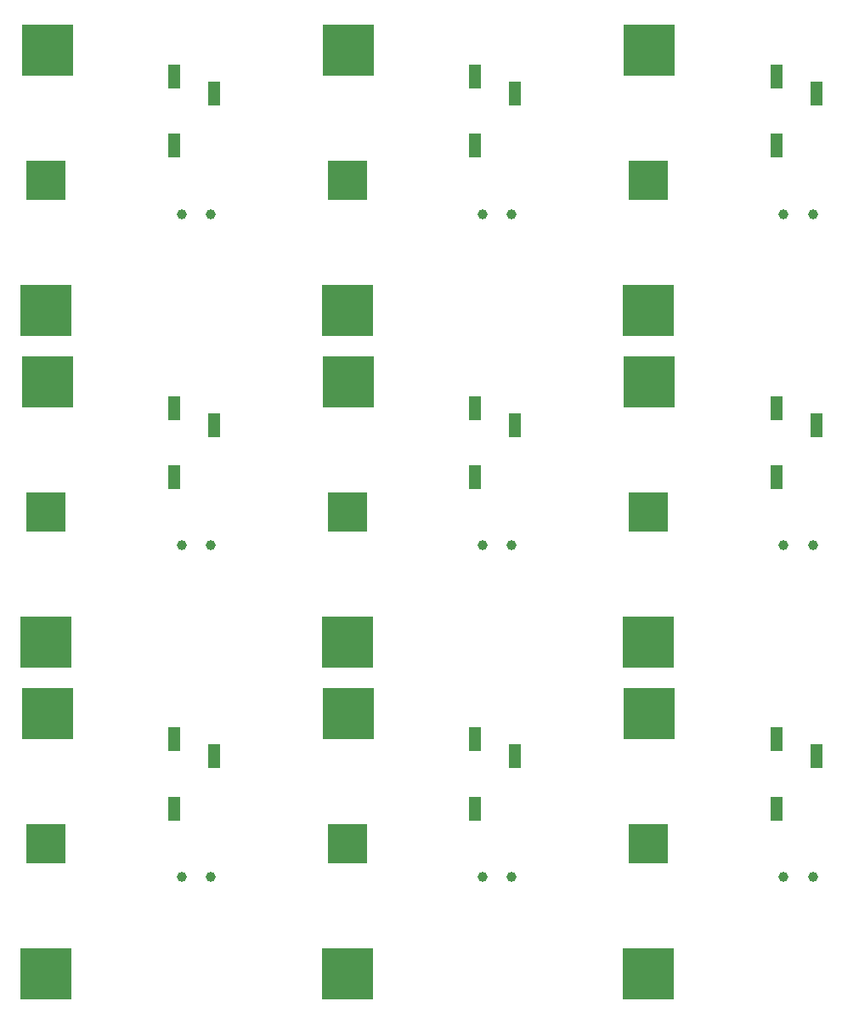
<source format=gbp>
G04 #@! TF.GenerationSoftware,KiCad,Pcbnew,5.1.0*
G04 #@! TF.CreationDate,2019-04-07T17:06:29+09:00*
G04 #@! TF.ProjectId,noname,6e6f6e61-6d65-42e6-9b69-6361645f7063,rev?*
G04 #@! TF.SameCoordinates,Original*
G04 #@! TF.FileFunction,Paste,Bot*
G04 #@! TF.FilePolarity,Positive*
%FSLAX46Y46*%
G04 Gerber Fmt 4.6, Leading zero omitted, Abs format (unit mm)*
G04 Created by KiCad (PCBNEW 5.1.0) date 2019-04-07 17:06:29*
%MOMM*%
%LPD*%
G04 APERTURE LIST*
%ADD10R,5.200000X5.200000*%
%ADD11R,4.000000X4.000000*%
%ADD12C,1.000000*%
%ADD13R,1.200000X2.400000*%
G04 APERTURE END LIST*
D10*
X176200000Y-114050000D03*
X176100000Y-139950000D03*
D11*
X176100000Y-127000000D03*
D10*
X146200000Y-114050000D03*
X146100000Y-139950000D03*
D11*
X146100000Y-127000000D03*
D10*
X116200000Y-114050000D03*
X116100000Y-139950000D03*
D11*
X116100000Y-127000000D03*
D10*
X176200000Y-81050000D03*
X176100000Y-106950000D03*
D11*
X176100000Y-94000000D03*
D10*
X146200000Y-81050000D03*
X146100000Y-106950000D03*
D11*
X146100000Y-94000000D03*
D10*
X116200000Y-81050000D03*
X116100000Y-106950000D03*
D11*
X116100000Y-94000000D03*
D10*
X176200000Y-48050000D03*
X176100000Y-73950000D03*
D11*
X176100000Y-61000000D03*
D10*
X146200000Y-48050000D03*
X146100000Y-73950000D03*
D11*
X146100000Y-61000000D03*
D12*
X192500000Y-130350000D03*
X189600000Y-130350000D03*
X162500000Y-130350000D03*
X159600000Y-130350000D03*
X132500000Y-130350000D03*
X129600000Y-130350000D03*
X192500000Y-97350000D03*
X189600000Y-97350000D03*
X162500000Y-97350000D03*
X159600000Y-97350000D03*
X132500000Y-97350000D03*
X129600000Y-97350000D03*
X192500000Y-64350000D03*
X189600000Y-64350000D03*
X162500000Y-64350000D03*
X159600000Y-64350000D03*
D13*
X192850000Y-118350000D03*
X188850000Y-116650000D03*
X188850000Y-123550000D03*
X162850000Y-118350000D03*
X158850000Y-116650000D03*
X158850000Y-123550000D03*
X132850000Y-118350000D03*
X128850000Y-116650000D03*
X128850000Y-123550000D03*
X192850000Y-85350000D03*
X188850000Y-83650000D03*
X188850000Y-90550000D03*
X162850000Y-85350000D03*
X158850000Y-83650000D03*
X158850000Y-90550000D03*
X132850000Y-85350000D03*
X128850000Y-83650000D03*
X128850000Y-90550000D03*
X192850000Y-52350000D03*
X188850000Y-50650000D03*
X188850000Y-57550000D03*
X162850000Y-52350000D03*
X158850000Y-50650000D03*
X158850000Y-57550000D03*
D11*
X116100000Y-61000000D03*
D10*
X116100000Y-73950000D03*
X116200000Y-48050000D03*
D13*
X128850000Y-57550000D03*
X128850000Y-50650000D03*
X132850000Y-52350000D03*
D12*
X129600000Y-64350000D03*
X132500000Y-64350000D03*
M02*

</source>
